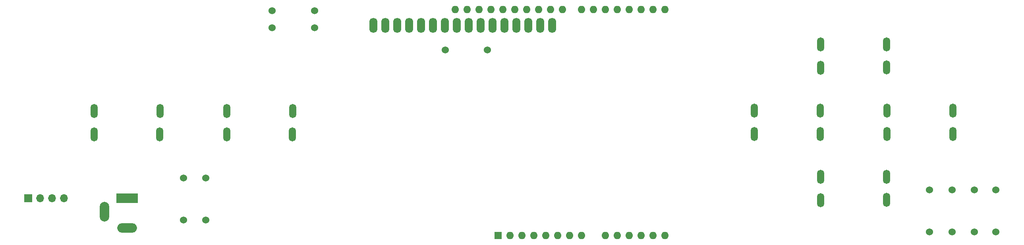
<source format=gbr>
%TF.GenerationSoftware,KiCad,Pcbnew,7.0.8*%
%TF.CreationDate,2023-11-30T13:58:36-08:00*%
%TF.ProjectId,LED_matrix,4c45445f-6d61-4747-9269-782e6b696361,rev?*%
%TF.SameCoordinates,Original*%
%TF.FileFunction,Soldermask,Bot*%
%TF.FilePolarity,Negative*%
%FSLAX46Y46*%
G04 Gerber Fmt 4.6, Leading zero omitted, Abs format (unit mm)*
G04 Created by KiCad (PCBNEW 7.0.8) date 2023-11-30 13:58:36*
%MOMM*%
%LPD*%
G01*
G04 APERTURE LIST*
%ADD10O,1.524000X3.000000*%
%ADD11O,1.712000X3.220000*%
%ADD12O,2.000000X4.200000*%
%ADD13O,4.200000X2.000000*%
%ADD14R,4.600000X2.000000*%
%ADD15C,1.524000*%
%ADD16O,1.700000X1.700000*%
%ADD17R,1.700000X1.700000*%
%ADD18R,1.600000X1.600000*%
%ADD19O,1.600000X1.600000*%
G04 APERTURE END LIST*
D10*
%TO.C,J5*%
X172860000Y-38130000D03*
X186870000Y-38100000D03*
X172820000Y-43110000D03*
X186870000Y-43060000D03*
%TD*%
%TO.C,J1*%
X32000000Y-29020000D03*
X17990000Y-29050000D03*
X32040000Y-24040000D03*
X17990000Y-24090000D03*
%TD*%
%TO.C,J4*%
X187000000Y-24000000D03*
X201010000Y-23970000D03*
X186960000Y-28980000D03*
X201010000Y-28930000D03*
%TD*%
%TO.C,J6*%
X158720000Y-24000000D03*
X172730000Y-23970000D03*
X158680000Y-28980000D03*
X172730000Y-28930000D03*
%TD*%
%TO.C,J2*%
X60280000Y-29020000D03*
X46270000Y-29050000D03*
X60320000Y-24040000D03*
X46270000Y-24090000D03*
%TD*%
%TO.C,J3*%
X172860000Y-9840000D03*
X186870000Y-9810000D03*
X172820000Y-14820000D03*
X186870000Y-14770000D03*
%TD*%
D11*
%TO.C,DIS1*%
X77500000Y-5800000D03*
X80040000Y-5800000D03*
X82580000Y-5800000D03*
X85120000Y-5800000D03*
X87660000Y-5800000D03*
X90200000Y-5800000D03*
X92740000Y-5800000D03*
X95280000Y-5800000D03*
X97820000Y-5800000D03*
X100360000Y-5800000D03*
X102900000Y-5800000D03*
X105440000Y-5800000D03*
X107980000Y-5800000D03*
X110520000Y-5800000D03*
X113060000Y-5800000D03*
X115600000Y-5800000D03*
%TD*%
D12*
%TO.C,J7*%
X20200000Y-45590000D03*
D13*
X25000000Y-48990000D03*
D14*
X25000000Y-42690000D03*
%TD*%
D15*
%TO.C,R8*%
X55940000Y-6315000D03*
X64940000Y-6315000D03*
%TD*%
%TO.C,R2*%
X41740000Y-47350000D03*
X41740000Y-38350000D03*
%TD*%
D16*
%TO.C,J8*%
X11590000Y-42690000D03*
X9050000Y-42690000D03*
X6510000Y-42690000D03*
D17*
X3970000Y-42690000D03*
%TD*%
D15*
%TO.C,R6*%
X196080000Y-49880000D03*
X196080000Y-40880000D03*
%TD*%
%TO.C,R7*%
X92800000Y-11000000D03*
X101800000Y-11000000D03*
%TD*%
D18*
%TO.C,A1*%
X104110000Y-50625000D03*
D19*
X106650000Y-50625000D03*
X109190000Y-50625000D03*
X111730000Y-50625000D03*
X114270000Y-50625000D03*
X116810000Y-50625000D03*
X119350000Y-50625000D03*
X121890000Y-50625000D03*
X126970000Y-50625000D03*
X129510000Y-50625000D03*
X132050000Y-50625000D03*
X134590000Y-50625000D03*
X137130000Y-50625000D03*
X139670000Y-50625000D03*
X139670000Y-2365000D03*
X137130000Y-2365000D03*
X134590000Y-2365000D03*
X132050000Y-2365000D03*
X129510000Y-2365000D03*
X126970000Y-2365000D03*
X124430000Y-2365000D03*
X121890000Y-2365000D03*
X117830000Y-2365000D03*
X115290000Y-2365000D03*
X112750000Y-2365000D03*
X110210000Y-2365000D03*
X107670000Y-2365000D03*
X105130000Y-2365000D03*
X102590000Y-2365000D03*
X100050000Y-2365000D03*
X97510000Y-2365000D03*
X94970000Y-2365000D03*
%TD*%
D15*
%TO.C,R1*%
X37020000Y-47350000D03*
X37020000Y-38350000D03*
%TD*%
%TO.C,R9*%
X55950000Y-2655000D03*
X64950000Y-2655000D03*
%TD*%
%TO.C,R4*%
X205590000Y-49865000D03*
X205590000Y-40865000D03*
%TD*%
%TO.C,R3*%
X210210000Y-49880000D03*
X210210000Y-40880000D03*
%TD*%
%TO.C,R5*%
X200900000Y-49880000D03*
X200900000Y-40880000D03*
%TD*%
M02*

</source>
